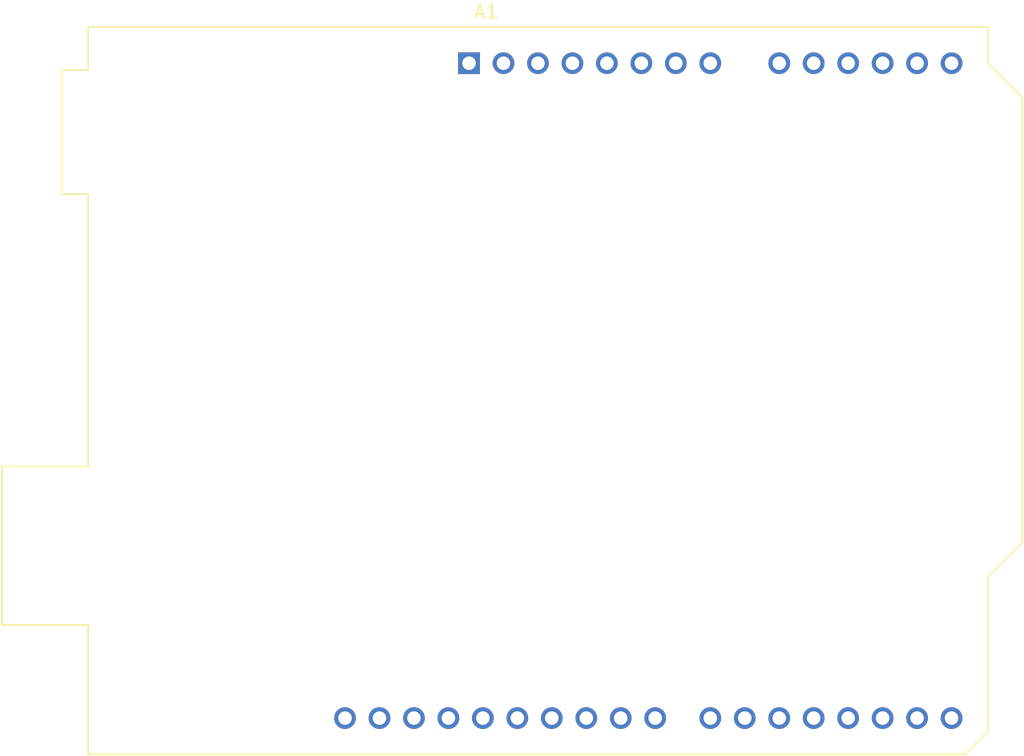
<source format=kicad_pcb>
(kicad_pcb (version 20241229) (generator "pcbnew") (generator_version "9.0")
  (layers (0 "F.Cu" signal) (2 "B.Cu" signal) (13 "F.Paste" user) (15 "B.Paste" user) (5 "F.SilkS" user "F.Silkscreen") (7 "B.SilkS" user "B.Silkscreen") (1 "F.Mask" user) (3 "B.Mask" user) (25 "Edge.Cuts" user))
  (net 0 "")
  (net 13 "Net-(A1-SCL{slash}A5-Pad14)")
  (net 23 "Net-(A1-+5V)")
  (net 32 "Net-(U2A--)")
  (footprint "Module:Arduino_UNO_R3" (layer "F.Cu") (at 139.44 71.74)
    (property "Reference" "A1" (at 1.27 -3.81 180) (layer "F.SilkS"))
    (property "Value" "Arduino_UNO_R3")
    (fp_line (start -34.42 29.72) (end -34.42 41.4) (stroke (width 0.12)) (layer "F.SilkS"))
    (fp_line (start -34.42 41.4) (end -28.07 41.4) (stroke (width 0.12)) (layer "F.SilkS"))
    (fp_line (start -29.97 0.51) (end -29.97 9.65) (stroke (width 0.12)) (layer "F.SilkS"))
    (fp_line (start -29.97 9.65) (end -28.07 9.65) (stroke (width 0.12)) (layer "F.SilkS"))
    (fp_line (start -28.07 -2.67) (end -28.07 0.51) (stroke (width 0.12)) (layer "F.SilkS"))
    (fp_line (start -28.07 0.51) (end -29.97 0.51) (stroke (width 0.12)) (layer "F.SilkS"))
    (fp_line (start -28.07 9.65) (end -28.07 29.72) (stroke (width 0.12)) (layer "F.SilkS"))
    (fp_line (start -28.07 29.72) (end -34.42 29.72) (stroke (width 0.12)) (layer "F.SilkS"))
    (fp_line (start -28.07 41.4) (end -28.07 50.93) (stroke (width 0.12)) (layer "F.SilkS"))
    (fp_line (start -28.07 50.93) (end 36.58 50.93) (stroke (width 0.12)) (layer "F.SilkS"))
    (fp_line (start 36.58 50.93) (end 38.23 49.28) (stroke (width 0.12)) (layer "F.SilkS"))
    (fp_line (start 38.23 -2.67) (end -28.07 -2.67) (stroke (width 0.12)) (layer "F.SilkS"))
    (fp_line (start 38.23 0) (end 38.23 -2.67) (stroke (width 0.12)) (layer "F.SilkS"))
    (fp_line (start 38.23 37.85) (end 40.77 35.31) (stroke (width 0.12)) (layer "F.SilkS"))
    (fp_line (start 38.23 49.28) (end 38.23 37.85) (stroke (width 0.12)) (layer "F.SilkS"))
    (fp_line (start 40.77 2.54) (end 38.23 0) (stroke (width 0.12)) (layer "F.SilkS"))
    (fp_line (start 40.77 35.31) (end 40.77 2.54) (stroke (width 0.12)) (layer "F.SilkS"))
    (pad "1" thru_hole rect (at 0 0 90) (size 1.6 1.6) (drill 1) (layers "*.Cu" "*.Mask"))
    (pad "2" thru_hole oval (at 2.54 0 90) (size 1.6 1.6) (drill 1) (layers "*.Cu" "*.Mask"))
    (pad "3" thru_hole oval (at 5.08 0 90) (size 1.6 1.6) (drill 1) (layers "*.Cu" "*.Mask"))
    (pad "4" thru_hole oval (at 7.62 0 90) (size 1.6 1.6) (drill 1) (layers "*.Cu" "*.Mask"))
    (pad "5" thru_hole oval (at 10.16 0 90) (size 1.6 1.6) (drill 1) (layers "*.Cu" "*.Mask") (net 23 "Net-(A1-+5V)"))
    (pad "6" thru_hole oval (at 12.7 0 90) (size 1.6 1.6) (drill 1) (layers "*.Cu" "*.Mask"))
    (pad "7" thru_hole oval (at 15.24 0 90) (size 1.6 1.6) (drill 1) (layers "*.Cu" "*.Mask"))
    (pad "8" thru_hole oval (at 17.78 0 90) (size 1.6 1.6) (drill 1) (layers "*.Cu" "*.Mask"))
    (pad "9" thru_hole oval (at 22.86 0 90) (size 1.6 1.6) (drill 1) (layers "*.Cu" "*.Mask"))
    (pad "10" thru_hole oval (at 25.4 0 90) (size 1.6 1.6) (drill 1) (layers "*.Cu" "*.Mask"))
    (pad "11" thru_hole oval (at 27.94 0 90) (size 1.6 1.6) (drill 1) (layers "*.Cu" "*.Mask"))
    (pad "12" thru_hole oval (at 30.48 0 90) (size 1.6 1.6) (drill 1) (layers "*.Cu" "*.Mask"))
    (pad "13" thru_hole oval (at 33.02 0 90) (size 1.6 1.6) (drill 1) (layers "*.Cu" "*.Mask") (net 32 "Net-(U2A--)"))
    (pad "14" thru_hole oval (at 35.56 0 90) (size 1.6 1.6) (drill 1) (layers "*.Cu" "*.Mask") (net 13 "Net-(A1-SCL{slash}A5-Pad14)"))
    (pad "15" thru_hole oval (at 35.56 48.26 90) (size 1.6 1.6) (drill 1) (layers "*.Cu" "*.Mask"))
    (pad "16" thru_hole oval (at 33.02 48.26 90) (size 1.6 1.6) (drill 1) (layers "*.Cu" "*.Mask"))
    (pad "17" thru_hole oval (at 30.48 48.26 90) (size 1.6 1.6) (drill 1) (layers "*.Cu" "*.Mask"))
    (pad "18" thru_hole oval (at 27.94 48.26 90) (size 1.6 1.6) (drill 1) (layers "*.Cu" "*.Mask"))
    (pad "19" thru_hole oval (at 25.4 48.26 90) (size 1.6 1.6) (drill 1) (layers "*.Cu" "*.Mask"))
    (pad "20" thru_hole oval (at 22.86 48.26 90) (size 1.6 1.6) (drill 1) (layers "*.Cu" "*.Mask"))
    (pad "21" thru_hole oval (at 20.32 48.26 90) (size 1.6 1.6) (drill 1) (layers "*.Cu" "*.Mask"))
    (pad "22" thru_hole oval (at 17.78 48.26 90) (size 1.6 1.6) (drill 1) (layers "*.Cu" "*.Mask"))
    (pad "23" thru_hole oval (at 13.72 48.26 90) (size 1.6 1.6) (drill 1) (layers "*.Cu" "*.Mask"))
    (pad "24" thru_hole oval (at 11.18 48.26 90) (size 1.6 1.6) (drill 1) (layers "*.Cu" "*.Mask"))
    (pad "25" thru_hole oval (at 8.64 48.26 90) (size 1.6 1.6) (drill 1) (layers "*.Cu" "*.Mask"))
    (pad "26" thru_hole oval (at 6.1 48.26 90) (size 1.6 1.6) (drill 1) (layers "*.Cu" "*.Mask"))
    (pad "27" thru_hole oval (at 3.56 48.26 90) (size 1.6 1.6) (drill 1) (layers "*.Cu" "*.Mask"))
    (pad "28" thru_hole oval (at 1.02 48.26 90) (size 1.6 1.6) (drill 1) (layers "*.Cu" "*.Mask"))
    (pad "29" thru_hole oval (at -1.52 48.26 90) (size 1.6 1.6) (drill 1) (layers "*.Cu" "*.Mask"))
    (pad "30" thru_hole oval (at -4.06 48.26 90) (size 1.6 1.6) (drill 1) (layers "*.Cu" "*.Mask"))
    (pad "31" thru_hole oval (at -6.6 48.26 90) (size 1.6 1.6) (drill 1) (layers "*.Cu" "*.Mask"))
    (pad "32" thru_hole oval (at -9.14 48.26 90) (size 1.6 1.6) (drill 1) (layers "*.Cu" "*.Mask"))
  )
)
</source>
